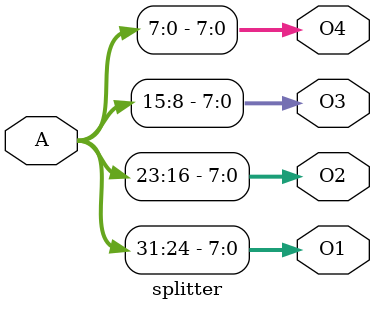
<source format=v>
`timescale 1ns / 1ps
module splitter(
    input [31:0] A,
    output [7:0] O1,
    output [7:0] O2,
    output [7:0] O3,
    output [7:0] O4
    );
	assign {O1,O2,O3,O4}=A;

endmodule

</source>
